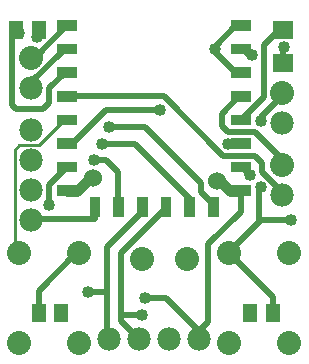
<source format=gbr>
G04 DipTrace 2.4.0.2*
%INBottom.gbr*%
%MOIN*%
%ADD14C,0.02*%
%ADD15C,0.01*%
%ADD16C,0.0354*%
%ADD17C,0.015*%
%ADD18C,0.04*%
%ADD20C,0.078*%
%ADD21C,0.08*%
%ADD26R,0.0512X0.0591*%
%ADD27R,0.0709X0.063*%
%ADD29C,0.08*%
%ADD32C,0.06*%
%FSLAX44Y44*%
G04*
G70*
G90*
G75*
G01*
%LNBottom*%
%LPD*%
X11750Y7520D2*
D14*
Y7570D1*
X12750Y8570D1*
Y9670D1*
X12800Y9720D1*
X11750Y7520D2*
X13194Y6076D1*
Y5520D1*
X11750Y7570D2*
X12800Y8620D1*
X13800D1*
X12500Y14120D2*
D15*
X12348D1*
X12139Y14329D1*
X12800Y11920D2*
D14*
Y12050D1*
X13620Y12870D1*
X13500D1*
X13550Y13870D2*
Y14390D1*
X13570D1*
X5400Y14970D2*
Y14770D1*
X5350Y14720D1*
X7200Y10020D2*
D16*
X7100D1*
X6684Y9604D1*
X6352D1*
X11350Y9920D2*
D18*
X11450D1*
D16*
X11766Y9604D1*
X12139D1*
D14*
Y8909D1*
X11050Y7820D1*
Y5220D1*
X10750Y4920D1*
X9650Y6020D1*
X8950D1*
X6352Y13541D2*
X6271D1*
X5750Y13020D1*
Y12520D1*
X5550Y12320D1*
X4650D1*
X4500Y12470D1*
Y14870D1*
X4552D1*
X4652Y14970D1*
X4750Y14870D2*
X4552D1*
X9639Y9077D2*
X9667D1*
X9550Y8960D1*
Y8940D1*
X8140Y7530D1*
Y5470D1*
Y5280D1*
X8750Y4670D1*
X8852Y9077D2*
X8880D1*
Y8940D1*
X7680Y7740D1*
Y6230D1*
Y4520D1*
X7750D1*
Y4670D1*
X10750Y4920D2*
Y4670D1*
X8850Y5470D2*
X8140D1*
X7040Y6230D2*
X7680D1*
X11270Y14320D2*
Y14410D1*
X11976Y15116D1*
X12139D1*
Y13541D2*
X11969D1*
X11270Y14240D1*
Y14320D1*
X4750Y7520D2*
D15*
X4600Y7670D1*
Y10970D1*
X4750Y11120D1*
X5400D1*
X6246Y11966D1*
X6352D1*
Y10391D2*
D14*
X6331D1*
X5750Y9810D1*
Y9120D1*
X5402Y5520D2*
Y6272D1*
X6650Y7520D1*
X6750D1*
X9450Y12300D2*
X7630D1*
X6509Y11179D1*
X6352D1*
X7500Y11170D2*
X8600D1*
X10480Y9290D1*
Y9023D1*
X10426Y9077D1*
X7250Y10620D2*
X7650D1*
X8050Y10220D1*
Y9091D1*
X8064Y9077D1*
X6352Y15116D2*
X5256Y14020D1*
X5150D1*
X7750Y11720D2*
X8950D1*
X10800Y9870D1*
Y9570D1*
X11214Y9156D1*
Y9077D1*
X7277D2*
Y8680D1*
X5150D1*
Y8620D1*
X6352Y14329D2*
X6259D1*
X5050Y13120D1*
Y13020D1*
X5150D1*
X13550Y14972D2*
X13402D1*
X12900Y14470D1*
Y12727D1*
X12139Y11966D1*
X6352Y12754D2*
X9566D1*
X11550Y10770D1*
X12600D1*
X12850Y10520D1*
Y10220D1*
X13500Y9570D1*
Y9470D1*
X12139Y12754D2*
X12084D1*
X11500Y12170D1*
Y11770D1*
X11700Y11570D1*
X12600D1*
X13500Y10670D1*
Y10470D1*
X12450Y10120D2*
D17*
X12411D1*
X12139Y10391D1*
X11700Y11170D2*
X12130D1*
X12139Y11179D1*
X12400Y5520D2*
X12446D1*
D29*
X8850Y7320D3*
X4750Y7520D3*
Y4520D3*
X6750D3*
X11750Y7520D3*
Y4520D3*
X13750Y7520D3*
Y4520D3*
X10350Y7320D3*
D18*
X4750Y14870D3*
D32*
X11350Y9920D3*
X7200Y10020D3*
D18*
X7250Y10620D3*
X7500Y11170D3*
X7750Y11720D3*
X5350Y14720D3*
X13570Y14390D3*
X11270Y14320D3*
X8950Y6020D3*
X5750Y9120D3*
X12500Y14120D3*
X9450Y12300D3*
X7040Y6230D3*
X8850Y5470D3*
X12450Y10120D3*
X12800Y9720D3*
X11700Y11170D3*
X6100Y5520D3*
X12400D3*
X13800Y8620D3*
X12800Y11920D3*
D29*
X6750Y7520D3*
G36*
X11804Y15293D2*
Y14939D1*
X12474D1*
Y15293D1*
X11804D1*
G37*
G36*
Y14506D2*
Y14151D1*
X12474D1*
Y14506D1*
X11804D1*
G37*
G36*
Y13718D2*
Y13364D1*
X12474D1*
Y13718D1*
X11804D1*
G37*
G36*
Y12931D2*
Y12577D1*
X12474D1*
Y12931D1*
X11804D1*
G37*
G36*
Y12143D2*
Y11789D1*
X12474D1*
Y12143D1*
X11804D1*
G37*
G36*
Y11356D2*
Y11002D1*
X12474D1*
Y11356D1*
X11804D1*
G37*
G36*
Y10569D2*
Y10214D1*
X12474D1*
Y10569D1*
X11804D1*
G37*
G36*
Y9781D2*
Y9427D1*
X12474D1*
Y9781D1*
X11804D1*
G37*
G36*
X6017D2*
Y9427D1*
X6686D1*
Y9781D1*
X6017D1*
G37*
G36*
Y10569D2*
Y10214D1*
X6686D1*
Y10569D1*
X6017D1*
G37*
G36*
Y11356D2*
Y11002D1*
X6686D1*
Y11356D1*
X6017D1*
G37*
G36*
Y12143D2*
Y11789D1*
X6686D1*
Y12143D1*
X6017D1*
G37*
G36*
Y12931D2*
Y12577D1*
X6686D1*
Y12931D1*
X6017D1*
G37*
G36*
Y13718D2*
Y13364D1*
X6686D1*
Y13718D1*
X6017D1*
G37*
G36*
Y14506D2*
Y14151D1*
X6686D1*
Y14506D1*
X6017D1*
G37*
G36*
Y15293D2*
Y14939D1*
X6686D1*
Y15293D1*
X6017D1*
G37*
G36*
X7454Y9411D2*
X7100D1*
Y8742D1*
X7454D1*
Y9411D1*
G37*
G36*
X8241D2*
X7887D1*
Y8742D1*
X8241D1*
Y9411D1*
G37*
G36*
X9029D2*
X8674D1*
Y8742D1*
X9029D1*
Y9411D1*
G37*
G36*
X9816D2*
X9462D1*
Y8742D1*
X9816D1*
Y9411D1*
G37*
G36*
X10604D2*
X10249D1*
Y8742D1*
X10604D1*
Y9411D1*
G37*
G36*
X11391D2*
X11037D1*
Y8742D1*
X11391D1*
Y9411D1*
G37*
D20*
X13500Y11870D3*
D21*
Y12870D3*
D27*
X13550Y13870D3*
Y14972D3*
D20*
X5150Y8620D3*
Y9620D3*
Y10620D3*
Y11620D3*
Y13020D3*
D21*
Y14020D3*
D26*
X5400Y14970D3*
X4652D3*
X6150Y5520D3*
X5402D3*
X13194D3*
X12446D3*
D20*
X13500Y9470D3*
D21*
Y10470D3*
D20*
X10750Y4670D3*
X9750D3*
X8750D3*
X7750D3*
M02*

</source>
